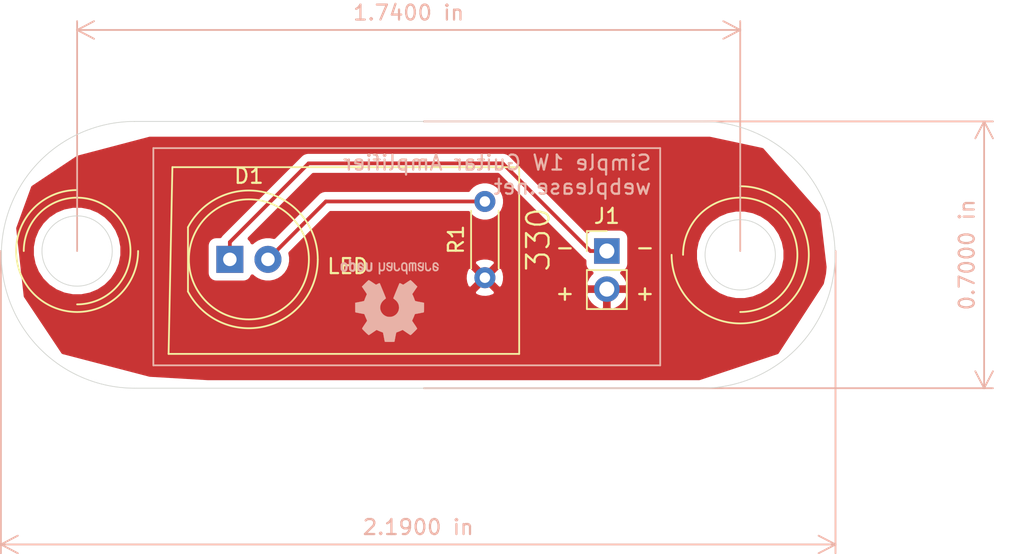
<source format=kicad_pcb>
(kicad_pcb (version 20171130) (host pcbnew 5.1.5-52549c5~86~ubuntu18.04.1)

  (general
    (thickness 1.6)
    (drawings 28)
    (tracks 11)
    (zones 0)
    (modules 4)
    (nets 4)
  )

  (page A4)
  (layers
    (0 F.Cu signal)
    (31 B.Cu signal)
    (32 B.Adhes user)
    (33 F.Adhes user)
    (34 B.Paste user)
    (35 F.Paste user)
    (36 B.SilkS user)
    (37 F.SilkS user)
    (38 B.Mask user)
    (39 F.Mask user)
    (40 Dwgs.User user)
    (41 Cmts.User user)
    (42 Eco1.User user)
    (43 Eco2.User user)
    (44 Edge.Cuts user)
    (45 Margin user)
    (46 B.CrtYd user)
    (47 F.CrtYd user)
    (48 B.Fab user)
    (49 F.Fab user)
  )

  (setup
    (last_trace_width 0.25)
    (trace_clearance 0.2)
    (zone_clearance 0.508)
    (zone_45_only no)
    (trace_min 0.2)
    (via_size 0.8)
    (via_drill 0.4)
    (via_min_size 0.4)
    (via_min_drill 0.3)
    (uvia_size 0.3)
    (uvia_drill 0.1)
    (uvias_allowed no)
    (uvia_min_size 0.2)
    (uvia_min_drill 0.1)
    (edge_width 0.05)
    (segment_width 0.2)
    (pcb_text_width 0.3)
    (pcb_text_size 1.5 1.5)
    (mod_edge_width 0.12)
    (mod_text_size 1 1)
    (mod_text_width 0.15)
    (pad_size 1.524 1.524)
    (pad_drill 0.762)
    (pad_to_mask_clearance 0.051)
    (solder_mask_min_width 0.25)
    (aux_axis_origin 0 0)
    (visible_elements FFFFFF7F)
    (pcbplotparams
      (layerselection 0x010fc_ffffffff)
      (usegerberextensions false)
      (usegerberattributes false)
      (usegerberadvancedattributes false)
      (creategerberjobfile false)
      (excludeedgelayer true)
      (linewidth 0.100000)
      (plotframeref false)
      (viasonmask false)
      (mode 1)
      (useauxorigin false)
      (hpglpennumber 1)
      (hpglpenspeed 20)
      (hpglpendiameter 15.000000)
      (psnegative false)
      (psa4output false)
      (plotreference true)
      (plotvalue true)
      (plotinvisibletext false)
      (padsonsilk false)
      (subtractmaskfromsilk false)
      (outputformat 1)
      (mirror false)
      (drillshape 1)
      (scaleselection 1)
      (outputdirectory ""))
  )

  (net 0 "")
  (net 1 GND)
  (net 2 "Net-(D1-Pad2)")
  (net 3 +5V)

  (net_class Default "This is the default net class."
    (clearance 0.2)
    (trace_width 0.25)
    (via_dia 0.8)
    (via_drill 0.4)
    (uvia_dia 0.3)
    (uvia_drill 0.1)
    (add_net +5V)
    (add_net GND)
    (add_net "Net-(D1-Pad2)")
  )

  (module Symbol:OSHW-Logo2_7.3x6mm_SilkScreen (layer B.Cu) (tedit 5E8FD855) (tstamp 5E8FDAC9)
    (at 146.558 121.158)
    (descr "Open Source Hardware Symbol")
    (tags "Logo Symbol OSHW")
    (attr virtual)
    (fp_text reference REF** (at 0 0 -90) (layer B.SilkS) hide
      (effects (font (size 1 1) (thickness 0.15)) (justify mirror))
    )
    (fp_text value OSHW-Logo2_7.3x6mm_SilkScreen (at 0.75 0 -90) (layer B.Fab) hide
      (effects (font (size 1 1) (thickness 0.15)) (justify mirror))
    )
    (fp_poly (pts (xy 0.10391 2.757652) (xy 0.182454 2.757222) (xy 0.239298 2.756058) (xy 0.278105 2.753793)
      (xy 0.302538 2.75006) (xy 0.316262 2.744494) (xy 0.32294 2.736727) (xy 0.326236 2.726395)
      (xy 0.326556 2.725057) (xy 0.331562 2.700921) (xy 0.340829 2.653299) (xy 0.353392 2.587259)
      (xy 0.368287 2.507872) (xy 0.384551 2.420204) (xy 0.385119 2.417125) (xy 0.40141 2.331211)
      (xy 0.416652 2.255304) (xy 0.429861 2.193955) (xy 0.440054 2.151718) (xy 0.446248 2.133145)
      (xy 0.446543 2.132816) (xy 0.464788 2.123747) (xy 0.502405 2.108633) (xy 0.551271 2.090738)
      (xy 0.551543 2.090642) (xy 0.613093 2.067507) (xy 0.685657 2.038035) (xy 0.754057 2.008403)
      (xy 0.757294 2.006938) (xy 0.868702 1.956374) (xy 1.115399 2.12484) (xy 1.191077 2.176197)
      (xy 1.259631 2.222111) (xy 1.317088 2.25997) (xy 1.359476 2.287163) (xy 1.382825 2.301079)
      (xy 1.385042 2.302111) (xy 1.40201 2.297516) (xy 1.433701 2.275345) (xy 1.481352 2.234553)
      (xy 1.546198 2.174095) (xy 1.612397 2.109773) (xy 1.676214 2.046388) (xy 1.733329 1.988549)
      (xy 1.780305 1.939825) (xy 1.813703 1.90379) (xy 1.830085 1.884016) (xy 1.830694 1.882998)
      (xy 1.832505 1.869428) (xy 1.825683 1.847267) (xy 1.80854 1.813522) (xy 1.779393 1.7652)
      (xy 1.736555 1.699308) (xy 1.679448 1.614483) (xy 1.628766 1.539823) (xy 1.583461 1.47286)
      (xy 1.54615 1.417484) (xy 1.519452 1.37758) (xy 1.505985 1.357038) (xy 1.505137 1.355644)
      (xy 1.506781 1.335962) (xy 1.519245 1.297707) (xy 1.540048 1.248111) (xy 1.547462 1.232272)
      (xy 1.579814 1.16171) (xy 1.614328 1.081647) (xy 1.642365 1.012371) (xy 1.662568 0.960955)
      (xy 1.678615 0.921881) (xy 1.687888 0.901459) (xy 1.689041 0.899886) (xy 1.706096 0.897279)
      (xy 1.746298 0.890137) (xy 1.804302 0.879477) (xy 1.874763 0.866315) (xy 1.952335 0.851667)
      (xy 2.031672 0.836551) (xy 2.107431 0.821982) (xy 2.174264 0.808978) (xy 2.226828 0.798555)
      (xy 2.259776 0.79173) (xy 2.267857 0.789801) (xy 2.276205 0.785038) (xy 2.282506 0.774282)
      (xy 2.287045 0.753902) (xy 2.290104 0.720266) (xy 2.291967 0.669745) (xy 2.292918 0.598708)
      (xy 2.29324 0.503524) (xy 2.293257 0.464508) (xy 2.293257 0.147201) (xy 2.217057 0.132161)
      (xy 2.174663 0.124005) (xy 2.1114 0.112101) (xy 2.034962 0.097884) (xy 1.953043 0.08279)
      (xy 1.9304 0.078645) (xy 1.854806 0.063947) (xy 1.788953 0.049495) (xy 1.738366 0.036625)
      (xy 1.708574 0.026678) (xy 1.703612 0.023713) (xy 1.691426 0.002717) (xy 1.673953 -0.037967)
      (xy 1.654577 -0.090322) (xy 1.650734 -0.1016) (xy 1.625339 -0.171523) (xy 1.593817 -0.250418)
      (xy 1.562969 -0.321266) (xy 1.562817 -0.321595) (xy 1.511447 -0.432733) (xy 1.680399 -0.681253)
      (xy 1.849352 -0.929772) (xy 1.632429 -1.147058) (xy 1.566819 -1.211726) (xy 1.506979 -1.268733)
      (xy 1.456267 -1.315033) (xy 1.418046 -1.347584) (xy 1.395675 -1.363343) (xy 1.392466 -1.364343)
      (xy 1.373626 -1.356469) (xy 1.33518 -1.334578) (xy 1.28133 -1.301267) (xy 1.216276 -1.259131)
      (xy 1.14594 -1.211943) (xy 1.074555 -1.16381) (xy 1.010908 -1.121928) (xy 0.959041 -1.088871)
      (xy 0.922995 -1.067218) (xy 0.906867 -1.059543) (xy 0.887189 -1.066037) (xy 0.849875 -1.08315)
      (xy 0.802621 -1.107326) (xy 0.797612 -1.110013) (xy 0.733977 -1.141927) (xy 0.690341 -1.157579)
      (xy 0.663202 -1.157745) (xy 0.649057 -1.143204) (xy 0.648975 -1.143) (xy 0.641905 -1.125779)
      (xy 0.625042 -1.084899) (xy 0.599695 -1.023525) (xy 0.567171 -0.944819) (xy 0.528778 -0.851947)
      (xy 0.485822 -0.748072) (xy 0.444222 -0.647502) (xy 0.398504 -0.536516) (xy 0.356526 -0.433703)
      (xy 0.319548 -0.342215) (xy 0.288827 -0.265201) (xy 0.265622 -0.205815) (xy 0.25119 -0.167209)
      (xy 0.246743 -0.1528) (xy 0.257896 -0.136272) (xy 0.287069 -0.10993) (xy 0.325971 -0.080887)
      (xy 0.436757 0.010961) (xy 0.523351 0.116241) (xy 0.584716 0.232734) (xy 0.619815 0.358224)
      (xy 0.627608 0.490493) (xy 0.621943 0.551543) (xy 0.591078 0.678205) (xy 0.53792 0.790059)
      (xy 0.465767 0.885999) (xy 0.377917 0.964924) (xy 0.277665 1.02573) (xy 0.16831 1.067313)
      (xy 0.053147 1.088572) (xy -0.064525 1.088401) (xy -0.18141 1.065699) (xy -0.294211 1.019362)
      (xy -0.399631 0.948287) (xy -0.443632 0.908089) (xy -0.528021 0.804871) (xy -0.586778 0.692075)
      (xy -0.620296 0.57299) (xy -0.628965 0.450905) (xy -0.613177 0.329107) (xy -0.573322 0.210884)
      (xy -0.509793 0.099525) (xy -0.422979 -0.001684) (xy -0.325971 -0.080887) (xy -0.285563 -0.111162)
      (xy -0.257018 -0.137219) (xy -0.246743 -0.152825) (xy -0.252123 -0.169843) (xy -0.267425 -0.2105)
      (xy -0.291388 -0.271642) (xy -0.322756 -0.350119) (xy -0.360268 -0.44278) (xy -0.402667 -0.546472)
      (xy -0.444337 -0.647526) (xy -0.49031 -0.758607) (xy -0.532893 -0.861541) (xy -0.570779 -0.953165)
      (xy -0.60266 -1.030316) (xy -0.627229 -1.089831) (xy -0.64318 -1.128544) (xy -0.64909 -1.143)
      (xy -0.663052 -1.157685) (xy -0.69006 -1.157642) (xy -0.733587 -1.142099) (xy -0.79711 -1.110284)
      (xy -0.797612 -1.110013) (xy -0.84544 -1.085323) (xy -0.884103 -1.067338) (xy -0.905905 -1.059614)
      (xy -0.906867 -1.059543) (xy -0.923279 -1.067378) (xy -0.959513 -1.089165) (xy -1.011526 -1.122328)
      (xy -1.075275 -1.164291) (xy -1.14594 -1.211943) (xy -1.217884 -1.260191) (xy -1.282726 -1.302151)
      (xy -1.336265 -1.335227) (xy -1.374303 -1.356821) (xy -1.392467 -1.364343) (xy -1.409192 -1.354457)
      (xy -1.44282 -1.326826) (xy -1.48999 -1.284495) (xy -1.547342 -1.230505) (xy -1.611516 -1.167899)
      (xy -1.632503 -1.146983) (xy -1.849501 -0.929623) (xy -1.684332 -0.68722) (xy -1.634136 -0.612781)
      (xy -1.590081 -0.545972) (xy -1.554638 -0.490665) (xy -1.530281 -0.450729) (xy -1.519478 -0.430036)
      (xy -1.519162 -0.428563) (xy -1.524857 -0.409058) (xy -1.540174 -0.369822) (xy -1.562463 -0.31743)
      (xy -1.578107 -0.282355) (xy -1.607359 -0.215201) (xy -1.634906 -0.147358) (xy -1.656263 -0.090034)
      (xy -1.662065 -0.072572) (xy -1.678548 -0.025938) (xy -1.69466 0.010095) (xy -1.70351 0.023713)
      (xy -1.72304 0.032048) (xy -1.765666 0.043863) (xy -1.825855 0.057819) (xy -1.898078 0.072578)
      (xy -1.9304 0.078645) (xy -2.012478 0.093727) (xy -2.091205 0.108331) (xy -2.158891 0.12102)
      (xy -2.20784 0.130358) (xy -2.217057 0.132161) (xy -2.293257 0.147201) (xy -2.293257 0.464508)
      (xy -2.293086 0.568846) (xy -2.292384 0.647787) (xy -2.290866 0.704962) (xy -2.288251 0.744001)
      (xy -2.284254 0.768535) (xy -2.278591 0.782195) (xy -2.27098 0.788611) (xy -2.267857 0.789801)
      (xy -2.249022 0.79402) (xy -2.207412 0.802438) (xy -2.14837 0.814039) (xy -2.077243 0.827805)
      (xy -1.999375 0.84272) (xy -1.920113 0.857768) (xy -1.844802 0.871931) (xy -1.778787 0.884194)
      (xy -1.727413 0.893539) (xy -1.696025 0.89895) (xy -1.689041 0.899886) (xy -1.682715 0.912404)
      (xy -1.66871 0.945754) (xy -1.649645 0.993623) (xy -1.642366 1.012371) (xy -1.613004 1.084805)
      (xy -1.578429 1.16483) (xy -1.547463 1.232272) (xy -1.524677 1.283841) (xy -1.509518 1.326215)
      (xy -1.504458 1.352166) (xy -1.505264 1.355644) (xy -1.515959 1.372064) (xy -1.54038 1.408583)
      (xy -1.575905 1.461313) (xy -1.619913 1.526365) (xy -1.669783 1.599849) (xy -1.679644 1.614355)
      (xy -1.737508 1.700296) (xy -1.780044 1.765739) (xy -1.808946 1.813696) (xy -1.82591 1.84718)
      (xy -1.832633 1.869205) (xy -1.83081 1.882783) (xy -1.830764 1.882869) (xy -1.816414 1.900703)
      (xy -1.784677 1.935183) (xy -1.73899 1.982732) (xy -1.682796 2.039778) (xy -1.619532 2.102745)
      (xy -1.612398 2.109773) (xy -1.53267 2.18698) (xy -1.471143 2.24367) (xy -1.426579 2.28089)
      (xy -1.397743 2.299685) (xy -1.385042 2.302111) (xy -1.366506 2.291529) (xy -1.328039 2.267084)
      (xy -1.273614 2.231388) (xy -1.207202 2.187053) (xy -1.132775 2.136689) (xy -1.115399 2.12484)
      (xy -0.868703 1.956374) (xy -0.757294 2.006938) (xy -0.689543 2.036405) (xy -0.616817 2.066041)
      (xy -0.554297 2.08967) (xy -0.551543 2.090642) (xy -0.50264 2.108543) (xy -0.464943 2.12368)
      (xy -0.446575 2.13279) (xy -0.446544 2.132816) (xy -0.440715 2.149283) (xy -0.430808 2.189781)
      (xy -0.417805 2.249758) (xy -0.402691 2.32466) (xy -0.386448 2.409936) (xy -0.385119 2.417125)
      (xy -0.368825 2.504986) (xy -0.353867 2.58474) (xy -0.341209 2.651319) (xy -0.331814 2.699653)
      (xy -0.326646 2.724675) (xy -0.326556 2.725057) (xy -0.323411 2.735701) (xy -0.317296 2.743738)
      (xy -0.304547 2.749533) (xy -0.2815 2.753453) (xy -0.244491 2.755865) (xy -0.189856 2.757135)
      (xy -0.113933 2.757629) (xy -0.013056 2.757714) (xy 0 2.757714) (xy 0.10391 2.757652)) (layer B.SilkS) (width 0.01))
    (fp_poly (pts (xy 3.153595 -1.966966) (xy 3.211021 -2.004497) (xy 3.238719 -2.038096) (xy 3.260662 -2.099064)
      (xy 3.262405 -2.147308) (xy 3.258457 -2.211816) (xy 3.109686 -2.276934) (xy 3.037349 -2.310202)
      (xy 2.990084 -2.336964) (xy 2.965507 -2.360144) (xy 2.961237 -2.382667) (xy 2.974889 -2.407455)
      (xy 2.989943 -2.423886) (xy 3.033746 -2.450235) (xy 3.081389 -2.452081) (xy 3.125145 -2.431546)
      (xy 3.157289 -2.390752) (xy 3.163038 -2.376347) (xy 3.190576 -2.331356) (xy 3.222258 -2.312182)
      (xy 3.265714 -2.295779) (xy 3.265714 -2.357966) (xy 3.261872 -2.400283) (xy 3.246823 -2.435969)
      (xy 3.21528 -2.476943) (xy 3.210592 -2.482267) (xy 3.175506 -2.51872) (xy 3.145347 -2.538283)
      (xy 3.107615 -2.547283) (xy 3.076335 -2.55023) (xy 3.020385 -2.550965) (xy 2.980555 -2.54166)
      (xy 2.955708 -2.527846) (xy 2.916656 -2.497467) (xy 2.889625 -2.464613) (xy 2.872517 -2.423294)
      (xy 2.863238 -2.367521) (xy 2.859693 -2.291305) (xy 2.85941 -2.252622) (xy 2.860372 -2.206247)
      (xy 2.948007 -2.206247) (xy 2.949023 -2.231126) (xy 2.951556 -2.2352) (xy 2.968274 -2.229665)
      (xy 3.004249 -2.215017) (xy 3.052331 -2.19419) (xy 3.062386 -2.189714) (xy 3.123152 -2.158814)
      (xy 3.156632 -2.131657) (xy 3.16399 -2.10622) (xy 3.146391 -2.080481) (xy 3.131856 -2.069109)
      (xy 3.07941 -2.046364) (xy 3.030322 -2.050122) (xy 2.989227 -2.077884) (xy 2.960758 -2.127152)
      (xy 2.951631 -2.166257) (xy 2.948007 -2.206247) (xy 2.860372 -2.206247) (xy 2.861285 -2.162249)
      (xy 2.868196 -2.095384) (xy 2.881884 -2.046695) (xy 2.904096 -2.010849) (xy 2.936574 -1.982513)
      (xy 2.950733 -1.973355) (xy 3.015053 -1.949507) (xy 3.085473 -1.948006) (xy 3.153595 -1.966966)) (layer B.SilkS) (width 0.01))
    (fp_poly (pts (xy 2.6526 -1.958752) (xy 2.669948 -1.966334) (xy 2.711356 -1.999128) (xy 2.746765 -2.046547)
      (xy 2.768664 -2.097151) (xy 2.772229 -2.122098) (xy 2.760279 -2.156927) (xy 2.734067 -2.175357)
      (xy 2.705964 -2.186516) (xy 2.693095 -2.188572) (xy 2.686829 -2.173649) (xy 2.674456 -2.141175)
      (xy 2.669028 -2.126502) (xy 2.63859 -2.075744) (xy 2.59452 -2.050427) (xy 2.53801 -2.051206)
      (xy 2.533825 -2.052203) (xy 2.503655 -2.066507) (xy 2.481476 -2.094393) (xy 2.466327 -2.139287)
      (xy 2.45725 -2.204615) (xy 2.453286 -2.293804) (xy 2.452914 -2.341261) (xy 2.45273 -2.416071)
      (xy 2.451522 -2.467069) (xy 2.448309 -2.499471) (xy 2.442109 -2.518495) (xy 2.43194 -2.529356)
      (xy 2.416819 -2.537272) (xy 2.415946 -2.53767) (xy 2.386828 -2.549981) (xy 2.372403 -2.554514)
      (xy 2.370186 -2.540809) (xy 2.368289 -2.502925) (xy 2.366847 -2.445715) (xy 2.365998 -2.374027)
      (xy 2.365829 -2.321565) (xy 2.366692 -2.220047) (xy 2.37007 -2.143032) (xy 2.377142 -2.086023)
      (xy 2.389088 -2.044526) (xy 2.40709 -2.014043) (xy 2.432327 -1.99008) (xy 2.457247 -1.973355)
      (xy 2.517171 -1.951097) (xy 2.586911 -1.946076) (xy 2.6526 -1.958752)) (layer B.SilkS) (width 0.01))
    (fp_poly (pts (xy 2.144876 -1.956335) (xy 2.186667 -1.975344) (xy 2.219469 -1.998378) (xy 2.243503 -2.024133)
      (xy 2.260097 -2.057358) (xy 2.270577 -2.1028) (xy 2.276271 -2.165207) (xy 2.278507 -2.249327)
      (xy 2.278743 -2.304721) (xy 2.278743 -2.520826) (xy 2.241774 -2.53767) (xy 2.212656 -2.549981)
      (xy 2.198231 -2.554514) (xy 2.195472 -2.541025) (xy 2.193282 -2.504653) (xy 2.191942 -2.451542)
      (xy 2.191657 -2.409372) (xy 2.190434 -2.348447) (xy 2.187136 -2.300115) (xy 2.182321 -2.270518)
      (xy 2.178496 -2.264229) (xy 2.152783 -2.270652) (xy 2.112418 -2.287125) (xy 2.065679 -2.309458)
      (xy 2.020845 -2.333457) (xy 1.986193 -2.35493) (xy 1.970002 -2.369685) (xy 1.969938 -2.369845)
      (xy 1.97133 -2.397152) (xy 1.983818 -2.423219) (xy 2.005743 -2.444392) (xy 2.037743 -2.451474)
      (xy 2.065092 -2.450649) (xy 2.103826 -2.450042) (xy 2.124158 -2.459116) (xy 2.136369 -2.483092)
      (xy 2.137909 -2.487613) (xy 2.143203 -2.521806) (xy 2.129047 -2.542568) (xy 2.092148 -2.552462)
      (xy 2.052289 -2.554292) (xy 1.980562 -2.540727) (xy 1.943432 -2.521355) (xy 1.897576 -2.475845)
      (xy 1.873256 -2.419983) (xy 1.871073 -2.360957) (xy 1.891629 -2.305953) (xy 1.922549 -2.271486)
      (xy 1.95342 -2.252189) (xy 2.001942 -2.227759) (xy 2.058485 -2.202985) (xy 2.06791 -2.199199)
      (xy 2.130019 -2.171791) (xy 2.165822 -2.147634) (xy 2.177337 -2.123619) (xy 2.16658 -2.096635)
      (xy 2.148114 -2.075543) (xy 2.104469 -2.049572) (xy 2.056446 -2.047624) (xy 2.012406 -2.067637)
      (xy 1.980709 -2.107551) (xy 1.976549 -2.117848) (xy 1.952327 -2.155724) (xy 1.916965 -2.183842)
      (xy 1.872343 -2.206917) (xy 1.872343 -2.141485) (xy 1.874969 -2.101506) (xy 1.88623 -2.069997)
      (xy 1.911199 -2.036378) (xy 1.935169 -2.010484) (xy 1.972441 -1.973817) (xy 2.001401 -1.954121)
      (xy 2.032505 -1.94622) (xy 2.067713 -1.944914) (xy 2.144876 -1.956335)) (layer B.SilkS) (width 0.01))
    (fp_poly (pts (xy 1.779833 -1.958663) (xy 1.782048 -1.99685) (xy 1.783784 -2.054886) (xy 1.784899 -2.12818)
      (xy 1.785257 -2.205055) (xy 1.785257 -2.465196) (xy 1.739326 -2.511127) (xy 1.707675 -2.539429)
      (xy 1.67989 -2.550893) (xy 1.641915 -2.550168) (xy 1.62684 -2.548321) (xy 1.579726 -2.542948)
      (xy 1.540756 -2.539869) (xy 1.531257 -2.539585) (xy 1.499233 -2.541445) (xy 1.453432 -2.546114)
      (xy 1.435674 -2.548321) (xy 1.392057 -2.551735) (xy 1.362745 -2.54432) (xy 1.33368 -2.521427)
      (xy 1.323188 -2.511127) (xy 1.277257 -2.465196) (xy 1.277257 -1.978602) (xy 1.314226 -1.961758)
      (xy 1.346059 -1.949282) (xy 1.364683 -1.944914) (xy 1.369458 -1.958718) (xy 1.373921 -1.997286)
      (xy 1.377775 -2.056356) (xy 1.380722 -2.131663) (xy 1.382143 -2.195286) (xy 1.386114 -2.445657)
      (xy 1.420759 -2.450556) (xy 1.452268 -2.447131) (xy 1.467708 -2.436041) (xy 1.472023 -2.415308)
      (xy 1.475708 -2.371145) (xy 1.478469 -2.309146) (xy 1.480012 -2.234909) (xy 1.480235 -2.196706)
      (xy 1.480457 -1.976783) (xy 1.526166 -1.960849) (xy 1.558518 -1.950015) (xy 1.576115 -1.944962)
      (xy 1.576623 -1.944914) (xy 1.578388 -1.958648) (xy 1.580329 -1.99673) (xy 1.582282 -2.054482)
      (xy 1.584084 -2.127227) (xy 1.585343 -2.195286) (xy 1.589314 -2.445657) (xy 1.6764 -2.445657)
      (xy 1.680396 -2.21724) (xy 1.684392 -1.988822) (xy 1.726847 -1.966868) (xy 1.758192 -1.951793)
      (xy 1.776744 -1.944951) (xy 1.777279 -1.944914) (xy 1.779833 -1.958663)) (layer B.SilkS) (width 0.01))
    (fp_poly (pts (xy 1.190117 -2.065358) (xy 1.189933 -2.173837) (xy 1.189219 -2.257287) (xy 1.187675 -2.319704)
      (xy 1.185001 -2.365085) (xy 1.180894 -2.397429) (xy 1.175055 -2.420733) (xy 1.167182 -2.438995)
      (xy 1.161221 -2.449418) (xy 1.111855 -2.505945) (xy 1.049264 -2.541377) (xy 0.980013 -2.55409)
      (xy 0.910668 -2.542463) (xy 0.869375 -2.521568) (xy 0.826025 -2.485422) (xy 0.796481 -2.441276)
      (xy 0.778655 -2.383462) (xy 0.770463 -2.306313) (xy 0.769302 -2.249714) (xy 0.769458 -2.245647)
      (xy 0.870857 -2.245647) (xy 0.871476 -2.31055) (xy 0.874314 -2.353514) (xy 0.88084 -2.381622)
      (xy 0.892523 -2.401953) (xy 0.906483 -2.417288) (xy 0.953365 -2.44689) (xy 1.003701 -2.449419)
      (xy 1.051276 -2.424705) (xy 1.054979 -2.421356) (xy 1.070783 -2.403935) (xy 1.080693 -2.383209)
      (xy 1.086058 -2.352362) (xy 1.088228 -2.304577) (xy 1.088571 -2.251748) (xy 1.087827 -2.185381)
      (xy 1.084748 -2.141106) (xy 1.078061 -2.112009) (xy 1.066496 -2.091173) (xy 1.057013 -2.080107)
      (xy 1.01296 -2.052198) (xy 0.962224 -2.048843) (xy 0.913796 -2.070159) (xy 0.90445 -2.078073)
      (xy 0.88854 -2.095647) (xy 0.87861 -2.116587) (xy 0.873278 -2.147782) (xy 0.871163 -2.196122)
      (xy 0.870857 -2.245647) (xy 0.769458 -2.245647) (xy 0.77281 -2.158568) (xy 0.784726 -2.090086)
      (xy 0.807135 -2.0386) (xy 0.842124 -1.998443) (xy 0.869375 -1.977861) (xy 0.918907 -1.955625)
      (xy 0.976316 -1.945304) (xy 1.029682 -1.948067) (xy 1.059543 -1.959212) (xy 1.071261 -1.962383)
      (xy 1.079037 -1.950557) (xy 1.084465 -1.918866) (xy 1.088571 -1.870593) (xy 1.093067 -1.816829)
      (xy 1.099313 -1.784482) (xy 1.110676 -1.765985) (xy 1.130528 -1.75377) (xy 1.143 -1.748362)
      (xy 1.190171 -1.728601) (xy 1.190117 -2.065358)) (layer B.SilkS) (width 0.01))
    (fp_poly (pts (xy 0.529926 -1.949755) (xy 0.595858 -1.974084) (xy 0.649273 -2.017117) (xy 0.670164 -2.047409)
      (xy 0.692939 -2.102994) (xy 0.692466 -2.143186) (xy 0.668562 -2.170217) (xy 0.659717 -2.174813)
      (xy 0.62153 -2.189144) (xy 0.602028 -2.185472) (xy 0.595422 -2.161407) (xy 0.595086 -2.148114)
      (xy 0.582992 -2.09921) (xy 0.551471 -2.064999) (xy 0.507659 -2.048476) (xy 0.458695 -2.052634)
      (xy 0.418894 -2.074227) (xy 0.40545 -2.086544) (xy 0.395921 -2.101487) (xy 0.389485 -2.124075)
      (xy 0.385317 -2.159328) (xy 0.382597 -2.212266) (xy 0.380502 -2.287907) (xy 0.37996 -2.311857)
      (xy 0.377981 -2.39379) (xy 0.375731 -2.451455) (xy 0.372357 -2.489608) (xy 0.367006 -2.513004)
      (xy 0.358824 -2.526398) (xy 0.346959 -2.534545) (xy 0.339362 -2.538144) (xy 0.307102 -2.550452)
      (xy 0.288111 -2.554514) (xy 0.281836 -2.540948) (xy 0.278006 -2.499934) (xy 0.2766 -2.430999)
      (xy 0.277598 -2.333669) (xy 0.277908 -2.318657) (xy 0.280101 -2.229859) (xy 0.282693 -2.165019)
      (xy 0.286382 -2.119067) (xy 0.291864 -2.086935) (xy 0.299835 -2.063553) (xy 0.310993 -2.043852)
      (xy 0.31683 -2.03541) (xy 0.350296 -1.998057) (xy 0.387727 -1.969003) (xy 0.392309 -1.966467)
      (xy 0.459426 -1.946443) (xy 0.529926 -1.949755)) (layer B.SilkS) (width 0.01))
    (fp_poly (pts (xy 0.039744 -1.950968) (xy 0.096616 -1.972087) (xy 0.097267 -1.972493) (xy 0.13244 -1.99838)
      (xy 0.158407 -2.028633) (xy 0.17667 -2.068058) (xy 0.188732 -2.121462) (xy 0.196096 -2.193651)
      (xy 0.200264 -2.289432) (xy 0.200629 -2.303078) (xy 0.205876 -2.508842) (xy 0.161716 -2.531678)
      (xy 0.129763 -2.54711) (xy 0.11047 -2.554423) (xy 0.109578 -2.554514) (xy 0.106239 -2.541022)
      (xy 0.103587 -2.504626) (xy 0.101956 -2.451452) (xy 0.1016 -2.408393) (xy 0.101592 -2.338641)
      (xy 0.098403 -2.294837) (xy 0.087288 -2.273944) (xy 0.063501 -2.272925) (xy 0.022296 -2.288741)
      (xy -0.039914 -2.317815) (xy -0.085659 -2.341963) (xy -0.109187 -2.362913) (xy -0.116104 -2.385747)
      (xy -0.116114 -2.386877) (xy -0.104701 -2.426212) (xy -0.070908 -2.447462) (xy -0.019191 -2.450539)
      (xy 0.018061 -2.450006) (xy 0.037703 -2.460735) (xy 0.049952 -2.486505) (xy 0.057002 -2.519337)
      (xy 0.046842 -2.537966) (xy 0.043017 -2.540632) (xy 0.007001 -2.55134) (xy -0.043434 -2.552856)
      (xy -0.095374 -2.545759) (xy -0.132178 -2.532788) (xy -0.183062 -2.489585) (xy -0.211986 -2.429446)
      (xy -0.217714 -2.382462) (xy -0.213343 -2.340082) (xy -0.197525 -2.305488) (xy -0.166203 -2.274763)
      (xy -0.115322 -2.24399) (xy -0.040824 -2.209252) (xy -0.036286 -2.207288) (xy 0.030821 -2.176287)
      (xy 0.072232 -2.150862) (xy 0.089981 -2.128014) (xy 0.086107 -2.104745) (xy 0.062643 -2.078056)
      (xy 0.055627 -2.071914) (xy 0.00863 -2.0481) (xy -0.040067 -2.049103) (xy -0.082478 -2.072451)
      (xy -0.110616 -2.115675) (xy -0.113231 -2.12416) (xy -0.138692 -2.165308) (xy -0.170999 -2.185128)
      (xy -0.217714 -2.20477) (xy -0.217714 -2.15395) (xy -0.203504 -2.080082) (xy -0.161325 -2.012327)
      (xy -0.139376 -1.989661) (xy -0.089483 -1.960569) (xy -0.026033 -1.9474) (xy 0.039744 -1.950968)) (layer B.SilkS) (width 0.01))
    (fp_poly (pts (xy -0.624114 -1.851289) (xy -0.619861 -1.910613) (xy -0.614975 -1.945572) (xy -0.608205 -1.96082)
      (xy -0.598298 -1.961015) (xy -0.595086 -1.959195) (xy -0.552356 -1.946015) (xy -0.496773 -1.946785)
      (xy -0.440263 -1.960333) (xy -0.404918 -1.977861) (xy -0.368679 -2.005861) (xy -0.342187 -2.037549)
      (xy -0.324001 -2.077813) (xy -0.312678 -2.131543) (xy -0.306778 -2.203626) (xy -0.304857 -2.298951)
      (xy -0.304823 -2.317237) (xy -0.3048 -2.522646) (xy -0.350509 -2.53858) (xy -0.382973 -2.54942)
      (xy -0.400785 -2.554468) (xy -0.401309 -2.554514) (xy -0.403063 -2.540828) (xy -0.404556 -2.503076)
      (xy -0.405674 -2.446224) (xy -0.406303 -2.375234) (xy -0.4064 -2.332073) (xy -0.406602 -2.246973)
      (xy -0.407642 -2.185981) (xy -0.410169 -2.144177) (xy -0.414836 -2.116642) (xy -0.422293 -2.098456)
      (xy -0.433189 -2.084698) (xy -0.439993 -2.078073) (xy -0.486728 -2.051375) (xy -0.537728 -2.049375)
      (xy -0.583999 -2.071955) (xy -0.592556 -2.080107) (xy -0.605107 -2.095436) (xy -0.613812 -2.113618)
      (xy -0.619369 -2.139909) (xy -0.622474 -2.179562) (xy -0.623824 -2.237832) (xy -0.624114 -2.318173)
      (xy -0.624114 -2.522646) (xy -0.669823 -2.53858) (xy -0.702287 -2.54942) (xy -0.720099 -2.554468)
      (xy -0.720623 -2.554514) (xy -0.721963 -2.540623) (xy -0.723172 -2.501439) (xy -0.724199 -2.4407)
      (xy -0.724998 -2.362141) (xy -0.725519 -2.269498) (xy -0.725714 -2.166509) (xy -0.725714 -1.769342)
      (xy -0.678543 -1.749444) (xy -0.631371 -1.729547) (xy -0.624114 -1.851289)) (layer B.SilkS) (width 0.01))
    (fp_poly (pts (xy -1.831697 -1.931239) (xy -1.774473 -1.969735) (xy -1.730251 -2.025335) (xy -1.703833 -2.096086)
      (xy -1.69849 -2.148162) (xy -1.699097 -2.169893) (xy -1.704178 -2.186531) (xy -1.718145 -2.201437)
      (xy -1.745411 -2.217973) (xy -1.790388 -2.239498) (xy -1.857489 -2.269374) (xy -1.857829 -2.269524)
      (xy -1.919593 -2.297813) (xy -1.970241 -2.322933) (xy -2.004596 -2.342179) (xy -2.017482 -2.352848)
      (xy -2.017486 -2.352934) (xy -2.006128 -2.376166) (xy -1.979569 -2.401774) (xy -1.949077 -2.420221)
      (xy -1.93363 -2.423886) (xy -1.891485 -2.411212) (xy -1.855192 -2.379471) (xy -1.837483 -2.344572)
      (xy -1.820448 -2.318845) (xy -1.787078 -2.289546) (xy -1.747851 -2.264235) (xy -1.713244 -2.250471)
      (xy -1.706007 -2.249714) (xy -1.697861 -2.26216) (xy -1.69737 -2.293972) (xy -1.703357 -2.336866)
      (xy -1.714643 -2.382558) (xy -1.73005 -2.422761) (xy -1.730829 -2.424322) (xy -1.777196 -2.489062)
      (xy -1.837289 -2.533097) (xy -1.905535 -2.554711) (xy -1.976362 -2.552185) (xy -2.044196 -2.523804)
      (xy -2.047212 -2.521808) (xy -2.100573 -2.473448) (xy -2.13566 -2.410352) (xy -2.155078 -2.327387)
      (xy -2.157684 -2.304078) (xy -2.162299 -2.194055) (xy -2.156767 -2.142748) (xy -2.017486 -2.142748)
      (xy -2.015676 -2.174753) (xy -2.005778 -2.184093) (xy -1.981102 -2.177105) (xy -1.942205 -2.160587)
      (xy -1.898725 -2.139881) (xy -1.897644 -2.139333) (xy -1.860791 -2.119949) (xy -1.846 -2.107013)
      (xy -1.849647 -2.093451) (xy -1.865005 -2.075632) (xy -1.904077 -2.049845) (xy -1.946154 -2.04795)
      (xy -1.983897 -2.066717) (xy -2.009966 -2.102915) (xy -2.017486 -2.142748) (xy -2.156767 -2.142748)
      (xy -2.152806 -2.106027) (xy -2.12845 -2.036212) (xy -2.094544 -1.987302) (xy -2.033347 -1.937878)
      (xy -1.965937 -1.913359) (xy -1.89712 -1.911797) (xy -1.831697 -1.931239)) (layer B.SilkS) (width 0.01))
    (fp_poly (pts (xy -2.958885 -1.921962) (xy -2.890855 -1.957733) (xy -2.840649 -2.015301) (xy -2.822815 -2.052312)
      (xy -2.808937 -2.107882) (xy -2.801833 -2.178096) (xy -2.80116 -2.254727) (xy -2.806573 -2.329552)
      (xy -2.81773 -2.394342) (xy -2.834286 -2.440873) (xy -2.839374 -2.448887) (xy -2.899645 -2.508707)
      (xy -2.971231 -2.544535) (xy -3.048908 -2.55502) (xy -3.127452 -2.53881) (xy -3.149311 -2.529092)
      (xy -3.191878 -2.499143) (xy -3.229237 -2.459433) (xy -3.232768 -2.454397) (xy -3.247119 -2.430124)
      (xy -3.256606 -2.404178) (xy -3.26221 -2.370022) (xy -3.264914 -2.321119) (xy -3.265701 -2.250935)
      (xy -3.265714 -2.2352) (xy -3.265678 -2.230192) (xy -3.120571 -2.230192) (xy -3.119727 -2.29643)
      (xy -3.116404 -2.340386) (xy -3.109417 -2.368779) (xy -3.097584 -2.388325) (xy -3.091543 -2.394857)
      (xy -3.056814 -2.41968) (xy -3.023097 -2.418548) (xy -2.989005 -2.397016) (xy -2.968671 -2.374029)
      (xy -2.956629 -2.340478) (xy -2.949866 -2.287569) (xy -2.949402 -2.281399) (xy -2.948248 -2.185513)
      (xy -2.960312 -2.114299) (xy -2.98543 -2.068194) (xy -3.02344 -2.047635) (xy -3.037008 -2.046514)
      (xy -3.072636 -2.052152) (xy -3.097006 -2.071686) (xy -3.111907 -2.109042) (xy -3.119125 -2.16815)
      (xy -3.120571 -2.230192) (xy -3.265678 -2.230192) (xy -3.265174 -2.160413) (xy -3.262904 -2.108159)
      (xy -3.257932 -2.071949) (xy -3.249287 -2.045299) (xy -3.235995 -2.021722) (xy -3.233057 -2.017338)
      (xy -3.183687 -1.958249) (xy -3.129891 -1.923947) (xy -3.064398 -1.910331) (xy -3.042158 -1.909665)
      (xy -2.958885 -1.921962)) (layer B.SilkS) (width 0.01))
    (fp_poly (pts (xy -1.283907 -1.92778) (xy -1.237328 -1.954723) (xy -1.204943 -1.981466) (xy -1.181258 -2.009484)
      (xy -1.164941 -2.043748) (xy -1.154661 -2.089227) (xy -1.149086 -2.150892) (xy -1.146884 -2.233711)
      (xy -1.146629 -2.293246) (xy -1.146629 -2.512391) (xy -1.208314 -2.540044) (xy -1.27 -2.567697)
      (xy -1.277257 -2.32767) (xy -1.280256 -2.238028) (xy -1.283402 -2.172962) (xy -1.287299 -2.128026)
      (xy -1.292553 -2.09877) (xy -1.299769 -2.080748) (xy -1.30955 -2.069511) (xy -1.312688 -2.067079)
      (xy -1.360239 -2.048083) (xy -1.408303 -2.0556) (xy -1.436914 -2.075543) (xy -1.448553 -2.089675)
      (xy -1.456609 -2.10822) (xy -1.461729 -2.136334) (xy -1.464559 -2.179173) (xy -1.465744 -2.241895)
      (xy -1.465943 -2.307261) (xy -1.465982 -2.389268) (xy -1.467386 -2.447316) (xy -1.472086 -2.486465)
      (xy -1.482013 -2.51178) (xy -1.499097 -2.528323) (xy -1.525268 -2.541156) (xy -1.560225 -2.554491)
      (xy -1.598404 -2.569007) (xy -1.593859 -2.311389) (xy -1.592029 -2.218519) (xy -1.589888 -2.149889)
      (xy -1.586819 -2.100711) (xy -1.582206 -2.066198) (xy -1.575432 -2.041562) (xy -1.565881 -2.022016)
      (xy -1.554366 -2.00477) (xy -1.49881 -1.94968) (xy -1.43102 -1.917822) (xy -1.357287 -1.910191)
      (xy -1.283907 -1.92778)) (layer B.SilkS) (width 0.01))
    (fp_poly (pts (xy -2.400256 -1.919918) (xy -2.344799 -1.947568) (xy -2.295852 -1.99848) (xy -2.282371 -2.017338)
      (xy -2.267686 -2.042015) (xy -2.258158 -2.068816) (xy -2.252707 -2.104587) (xy -2.250253 -2.156169)
      (xy -2.249714 -2.224267) (xy -2.252148 -2.317588) (xy -2.260606 -2.387657) (xy -2.276826 -2.439931)
      (xy -2.302546 -2.479869) (xy -2.339503 -2.512929) (xy -2.342218 -2.514886) (xy -2.37864 -2.534908)
      (xy -2.422498 -2.544815) (xy -2.478276 -2.547257) (xy -2.568952 -2.547257) (xy -2.56899 -2.635283)
      (xy -2.569834 -2.684308) (xy -2.574976 -2.713065) (xy -2.588413 -2.730311) (xy -2.614142 -2.744808)
      (xy -2.620321 -2.747769) (xy -2.649236 -2.761648) (xy -2.671624 -2.770414) (xy -2.688271 -2.771171)
      (xy -2.699964 -2.761023) (xy -2.70749 -2.737073) (xy -2.711634 -2.696426) (xy -2.713185 -2.636186)
      (xy -2.712929 -2.553455) (xy -2.711651 -2.445339) (xy -2.711252 -2.413) (xy -2.709815 -2.301524)
      (xy -2.708528 -2.228603) (xy -2.569029 -2.228603) (xy -2.568245 -2.290499) (xy -2.56476 -2.330997)
      (xy -2.556876 -2.357708) (xy -2.542895 -2.378244) (xy -2.533403 -2.38826) (xy -2.494596 -2.417567)
      (xy -2.460237 -2.419952) (xy -2.424784 -2.39575) (xy -2.423886 -2.394857) (xy -2.409461 -2.376153)
      (xy -2.400687 -2.350732) (xy -2.396261 -2.311584) (xy -2.394882 -2.251697) (xy -2.394857 -2.23843)
      (xy -2.398188 -2.155901) (xy -2.409031 -2.098691) (xy -2.42866 -2.063766) (xy -2.45835 -2.048094)
      (xy -2.475509 -2.046514) (xy -2.516234 -2.053926) (xy -2.544168 -2.07833) (xy -2.560983 -2.12298)
      (xy -2.56835 -2.19113) (xy -2.569029 -2.228603) (xy -2.708528 -2.228603) (xy -2.708292 -2.215245)
      (xy -2.706323 -2.150333) (xy -2.70355 -2.102958) (xy -2.699612 -2.06929) (xy -2.694151 -2.045498)
      (xy -2.686808 -2.027753) (xy -2.677223 -2.012224) (xy -2.673113 -2.006381) (xy -2.618595 -1.951185)
      (xy -2.549664 -1.91989) (xy -2.469928 -1.911165) (xy -2.400256 -1.919918)) (layer B.SilkS) (width 0.01))
  )

  (module Connector_PinHeader_2.54mm:PinHeader_1x02_P2.54mm_Vertical (layer F.Cu) (tedit 59FED5CC) (tstamp 5E8FCE31)
    (at 161.036 117.856)
    (descr "Through hole straight pin header, 1x02, 2.54mm pitch, single row")
    (tags "Through hole pin header THT 1x02 2.54mm single row")
    (path /5E8FCC15)
    (fp_text reference J1 (at 0 -2.33) (layer F.SilkS)
      (effects (font (size 1 1) (thickness 0.15)))
    )
    (fp_text value Conn_01x02 (at 0 4.87) (layer F.Fab)
      (effects (font (size 1 1) (thickness 0.15)))
    )
    (fp_text user %R (at 0 1.27 90) (layer F.Fab)
      (effects (font (size 1 1) (thickness 0.15)))
    )
    (fp_line (start 1.8 -1.8) (end -1.8 -1.8) (layer F.CrtYd) (width 0.05))
    (fp_line (start 1.8 4.35) (end 1.8 -1.8) (layer F.CrtYd) (width 0.05))
    (fp_line (start -1.8 4.35) (end 1.8 4.35) (layer F.CrtYd) (width 0.05))
    (fp_line (start -1.8 -1.8) (end -1.8 4.35) (layer F.CrtYd) (width 0.05))
    (fp_line (start -1.33 -1.33) (end 0 -1.33) (layer F.SilkS) (width 0.12))
    (fp_line (start -1.33 0) (end -1.33 -1.33) (layer F.SilkS) (width 0.12))
    (fp_line (start -1.33 1.27) (end 1.33 1.27) (layer F.SilkS) (width 0.12))
    (fp_line (start 1.33 1.27) (end 1.33 3.87) (layer F.SilkS) (width 0.12))
    (fp_line (start -1.33 1.27) (end -1.33 3.87) (layer F.SilkS) (width 0.12))
    (fp_line (start -1.33 3.87) (end 1.33 3.87) (layer F.SilkS) (width 0.12))
    (fp_line (start -1.27 -0.635) (end -0.635 -1.27) (layer F.Fab) (width 0.1))
    (fp_line (start -1.27 3.81) (end -1.27 -0.635) (layer F.Fab) (width 0.1))
    (fp_line (start 1.27 3.81) (end -1.27 3.81) (layer F.Fab) (width 0.1))
    (fp_line (start 1.27 -1.27) (end 1.27 3.81) (layer F.Fab) (width 0.1))
    (fp_line (start -0.635 -1.27) (end 1.27 -1.27) (layer F.Fab) (width 0.1))
    (pad 2 thru_hole oval (at 0 2.54) (size 1.7 1.7) (drill 1) (layers *.Cu *.Mask)
      (net 3 +5V))
    (pad 1 thru_hole rect (at 0 0) (size 1.7 1.7) (drill 1) (layers *.Cu *.Mask)
      (net 1 GND))
    (model ${KISYS3DMOD}/Connector_PinHeader_2.54mm.3dshapes/PinHeader_1x02_P2.54mm_Vertical.wrl
      (at (xyz 0 0 0))
      (scale (xyz 1 1 1))
      (rotate (xyz 0 0 0))
    )
  )

  (module LED_THT:LED_D8.0mm (layer F.Cu) (tedit 587A3A7B) (tstamp 5E8FBCA7)
    (at 135.909001 118.413001)
    (descr "LED, diameter 8.0mm, 2 pins, http://cdn-reichelt.de/documents/datenblatt/A500/LED8MMGE_LED8MMGN_LED8MMRT%23KIN.pdf")
    (tags "LED diameter 8.0mm 2 pins")
    (path /5E8A9B66)
    (fp_text reference D1 (at 1.27 -5.56) (layer F.SilkS)
      (effects (font (size 1 1) (thickness 0.15)))
    )
    (fp_text value LED (at 1.27 5.56) (layer F.Fab)
      (effects (font (size 1 1) (thickness 0.15)))
    )
    (fp_arc (start 1.27 0) (end -2.73 -2.061553) (angle 305.5) (layer F.Fab) (width 0.1))
    (fp_arc (start 1.27 0) (end -2.79 -2.141145) (angle 152.2) (layer F.SilkS) (width 0.12))
    (fp_arc (start 1.27 0) (end -2.79 2.141145) (angle -152.2) (layer F.SilkS) (width 0.12))
    (fp_circle (center 1.27 0) (end 5.27 0) (layer F.Fab) (width 0.1))
    (fp_circle (center 1.27 0) (end 5.27 0) (layer F.SilkS) (width 0.12))
    (fp_line (start -2.73 -2.061553) (end -2.73 2.061553) (layer F.Fab) (width 0.1))
    (fp_line (start -2.79 -2.142) (end -2.79 2.142) (layer F.SilkS) (width 0.12))
    (fp_line (start -3.55 -4.85) (end -3.55 4.85) (layer F.CrtYd) (width 0.05))
    (fp_line (start -3.55 4.85) (end 6.1 4.85) (layer F.CrtYd) (width 0.05))
    (fp_line (start 6.1 4.85) (end 6.1 -4.85) (layer F.CrtYd) (width 0.05))
    (fp_line (start 6.1 -4.85) (end -3.55 -4.85) (layer F.CrtYd) (width 0.05))
    (pad 1 thru_hole rect (at 0 0) (size 1.8 1.8) (drill 0.9) (layers *.Cu *.Mask)
      (net 1 GND))
    (pad 2 thru_hole circle (at 2.54 0) (size 1.8 1.8) (drill 0.9) (layers *.Cu *.Mask)
      (net 2 "Net-(D1-Pad2)"))
    (model ${KISYS3DMOD}/LED_THT.3dshapes/LED_D8.0mm.wrl
      (at (xyz 0 0 0))
      (scale (xyz 1 1 1))
      (rotate (xyz 0 0 0))
    )
  )

  (module Resistor_THT:R_Axial_DIN0204_L3.6mm_D1.6mm_P5.08mm_Horizontal (layer F.Cu) (tedit 5AE5139B) (tstamp 5E8FC174)
    (at 152.908 119.634 90)
    (descr "Resistor, Axial_DIN0204 series, Axial, Horizontal, pin pitch=5.08mm, 0.167W, length*diameter=3.6*1.6mm^2, http://cdn-reichelt.de/documents/datenblatt/B400/1_4W%23YAG.pdf")
    (tags "Resistor Axial_DIN0204 series Axial Horizontal pin pitch 5.08mm 0.167W length 3.6mm diameter 1.6mm")
    (path /5E8ACF42)
    (fp_text reference R1 (at 2.54 -1.92 90) (layer F.SilkS)
      (effects (font (size 1 1) (thickness 0.15)))
    )
    (fp_text value R (at 2.54 1.92 90) (layer F.Fab)
      (effects (font (size 1 1) (thickness 0.15)))
    )
    (fp_line (start 0.74 -0.8) (end 0.74 0.8) (layer F.Fab) (width 0.1))
    (fp_line (start 0.74 0.8) (end 4.34 0.8) (layer F.Fab) (width 0.1))
    (fp_line (start 4.34 0.8) (end 4.34 -0.8) (layer F.Fab) (width 0.1))
    (fp_line (start 4.34 -0.8) (end 0.74 -0.8) (layer F.Fab) (width 0.1))
    (fp_line (start 0 0) (end 0.74 0) (layer F.Fab) (width 0.1))
    (fp_line (start 5.08 0) (end 4.34 0) (layer F.Fab) (width 0.1))
    (fp_line (start 0.62 -0.92) (end 4.46 -0.92) (layer F.SilkS) (width 0.12))
    (fp_line (start 0.62 0.92) (end 4.46 0.92) (layer F.SilkS) (width 0.12))
    (fp_line (start -0.95 -1.05) (end -0.95 1.05) (layer F.CrtYd) (width 0.05))
    (fp_line (start -0.95 1.05) (end 6.03 1.05) (layer F.CrtYd) (width 0.05))
    (fp_line (start 6.03 1.05) (end 6.03 -1.05) (layer F.CrtYd) (width 0.05))
    (fp_line (start 6.03 -1.05) (end -0.95 -1.05) (layer F.CrtYd) (width 0.05))
    (fp_text user %R (at 2.54 0 90) (layer F.Fab)
      (effects (font (size 0.72 0.72) (thickness 0.108)))
    )
    (pad 1 thru_hole circle (at 0 0 90) (size 1.4 1.4) (drill 0.7) (layers *.Cu *.Mask)
      (net 3 +5V))
    (pad 2 thru_hole oval (at 5.08 0 90) (size 1.4 1.4) (drill 0.7) (layers *.Cu *.Mask)
      (net 2 "Net-(D1-Pad2)"))
    (model ${KISYS3DMOD}/Resistor_THT.3dshapes/R_Axial_DIN0204_L3.6mm_D1.6mm_P5.08mm_Horizontal.wrl
      (at (xyz 0 0 0))
      (scale (xyz 1 1 1))
      (rotate (xyz 0 0 0))
    )
  )

  (dimension 55.626 (width 0.12) (layer B.SilkS)
    (gr_text "55.626 mm" (at 148.463 138.684) (layer B.SilkS)
      (effects (font (size 1 1) (thickness 0.15)))
    )
    (feature1 (pts (xy 176.276 117.856) (xy 176.276 138.000421)))
    (feature2 (pts (xy 120.65 117.856) (xy 120.65 138.000421)))
    (crossbar (pts (xy 120.65 137.414) (xy 176.276 137.414)))
    (arrow1a (pts (xy 176.276 137.414) (xy 175.149496 138.000421)))
    (arrow1b (pts (xy 176.276 137.414) (xy 175.149496 136.827579)))
    (arrow2a (pts (xy 120.65 137.414) (xy 121.776504 138.000421)))
    (arrow2b (pts (xy 120.65 137.414) (xy 121.776504 136.827579)))
  )
  (dimension 17.78 (width 0.12) (layer B.SilkS)
    (gr_text "17.780 mm" (at 187.452 118.11 270) (layer B.SilkS)
      (effects (font (size 1 1) (thickness 0.15)))
    )
    (feature1 (pts (xy 148.844 127) (xy 186.768421 127)))
    (feature2 (pts (xy 148.844 109.22) (xy 186.768421 109.22)))
    (crossbar (pts (xy 186.182 109.22) (xy 186.182 127)))
    (arrow1a (pts (xy 186.182 127) (xy 185.595579 125.873496)))
    (arrow1b (pts (xy 186.182 127) (xy 186.768421 125.873496)))
    (arrow2a (pts (xy 186.182 109.22) (xy 185.595579 110.346504)))
    (arrow2b (pts (xy 186.182 109.22) (xy 186.768421 110.346504)))
  )
  (dimension 44.196 (width 0.12) (layer B.SilkS)
    (gr_text "44.196 mm" (at 147.828 101.854) (layer B.SilkS)
      (effects (font (size 1 1) (thickness 0.15)))
    )
    (feature1 (pts (xy 169.926 117.856) (xy 169.926 102.537579)))
    (feature2 (pts (xy 125.73 117.856) (xy 125.73 102.537579)))
    (crossbar (pts (xy 125.73 103.124) (xy 169.926 103.124)))
    (arrow1a (pts (xy 169.926 103.124) (xy 168.799496 103.710421)))
    (arrow1b (pts (xy 169.926 103.124) (xy 168.799496 102.537579)))
    (arrow2a (pts (xy 125.73 103.124) (xy 126.856504 103.710421)))
    (arrow2b (pts (xy 125.73 103.124) (xy 126.856504 102.537579)))
  )
  (gr_text "Simple 1W Guitar Amplifier\nwebplease.net" (at 164.084 112.776) (layer B.SilkS)
    (effects (font (size 1 1) (thickness 0.15)) (justify left mirror))
  )
  (gr_text + (at 158.242 120.65) (layer F.SilkS) (tstamp 5E8FDCD3)
    (effects (font (size 1 1) (thickness 0.15)))
  )
  (gr_text - (at 158.242 117.602) (layer F.SilkS) (tstamp 5E8FDCCE)
    (effects (font (size 1 1) (thickness 0.15)))
  )
  (gr_text + (at 163.576 120.65) (layer F.SilkS)
    (effects (font (size 1 1) (thickness 0.15)))
  )
  (gr_text - (at 163.576 117.602) (layer F.SilkS)
    (effects (font (size 1 1) (thickness 0.15)))
  )
  (gr_text 330 (at 156.464 117.094 90) (layer F.SilkS)
    (effects (font (size 1.5 1.5) (thickness 0.15)))
  )
  (gr_text LED (at 143.764 118.872) (layer F.SilkS)
    (effects (font (size 1 1) (thickness 0.15)))
  )
  (gr_arc (start 169.926 118.11) (end 165.354 118.11) (angle -270) (layer F.SilkS) (width 0.12))
  (gr_arc (start 125.73 117.856) (end 125.73 113.792) (angle -270) (layer F.SilkS) (width 0.12))
  (gr_arc (start 169.926 118.11) (end 169.926 121.92) (angle -270) (layer F.SilkS) (width 0.12))
  (gr_arc (start 125.73 117.856) (end 125.73 121.412) (angle -270) (layer F.SilkS) (width 0.12))
  (gr_line (start 164.592 110.998) (end 130.81 110.998) (layer B.SilkS) (width 0.12) (tstamp 5E8FD5B3))
  (gr_line (start 164.592 125.476) (end 164.592 110.998) (layer B.SilkS) (width 0.12))
  (gr_line (start 130.81 125.476) (end 164.592 125.476) (layer B.SilkS) (width 0.12))
  (gr_line (start 130.81 110.998) (end 130.81 125.476) (layer B.SilkS) (width 0.12))
  (gr_line (start 132.08 112.268) (end 131.826 124.714) (layer F.SilkS) (width 0.12) (tstamp 5E8FD568))
  (gr_line (start 155.194 112.268) (end 132.08 112.268) (layer F.SilkS) (width 0.12))
  (gr_line (start 155.194 124.714) (end 155.194 112.268) (layer F.SilkS) (width 0.12))
  (gr_line (start 131.826 124.714) (end 155.194 124.714) (layer F.SilkS) (width 0.12))
  (gr_circle (center 169.926 118.11) (end 171.45 119.888) (layer Edge.Cuts) (width 0.05) (tstamp 5E8FD4A0))
  (gr_circle (center 125.73 117.856) (end 127.254 119.634) (layer Edge.Cuts) (width 0.05))
  (gr_arc (start 129.54 118.11) (end 129.54 109.22) (angle -180) (layer Edge.Cuts) (width 0.05))
  (gr_arc (start 167.386 118.11) (end 167.386 127) (angle -180) (layer Edge.Cuts) (width 0.05))
  (gr_line (start 167.386 127) (end 129.54 127) (layer Edge.Cuts) (width 0.05) (tstamp 5E8FCE6B))
  (gr_line (start 129.54 109.22) (end 167.386 109.22) (layer Edge.Cuts) (width 0.05))

  (segment (start 159.936 117.856) (end 154.094 112.014) (width 0.25) (layer F.Cu) (net 1))
  (segment (start 161.036 117.856) (end 159.936 117.856) (width 0.25) (layer F.Cu) (net 1))
  (segment (start 135.909001 117.263001) (end 135.909001 118.413001) (width 0.25) (layer F.Cu) (net 1))
  (segment (start 141.158002 112.014) (end 135.909001 117.263001) (width 0.25) (layer F.Cu) (net 1))
  (segment (start 154.094 112.014) (end 141.158002 112.014) (width 0.25) (layer F.Cu) (net 1))
  (segment (start 142.308002 114.554) (end 138.449001 118.413001) (width 0.25) (layer F.Cu) (net 2))
  (segment (start 152.908 114.554) (end 142.308002 114.554) (width 0.25) (layer F.Cu) (net 2))
  (segment (start 159.833919 120.396) (end 157.801919 122.428) (width 0.25) (layer F.Cu) (net 3))
  (segment (start 161.036 120.396) (end 159.833919 120.396) (width 0.25) (layer F.Cu) (net 3))
  (segment (start 155.702 122.428) (end 152.908 119.634) (width 0.25) (layer F.Cu) (net 3))
  (segment (start 157.801919 122.428) (end 155.702 122.428) (width 0.25) (layer F.Cu) (net 3))

  (zone (net 3) (net_name +5V) (layer F.Cu) (tstamp 0) (hatch edge 0.508)
    (connect_pads (clearance 0.508))
    (min_thickness 0.254)
    (fill yes (arc_segments 32) (thermal_gap 0.508) (thermal_bridge_width 0.508))
    (polygon
      (pts
        (xy 171.45 110.998) (xy 175.26 115.316) (xy 175.768 119.634) (xy 172.466 124.714) (xy 167.132 126.492)
        (xy 134.874 126.492) (xy 130.556 126.238) (xy 124.714 124.714) (xy 122.174 120.904) (xy 121.666 116.332)
        (xy 122.682 113.538) (xy 125.73 111.506) (xy 130.556 110.236) (xy 167.894 110.236)
      )
    )
    (filled_polygon
      (pts
        (xy 171.382464 111.113411) (xy 175.124539 115.35443) (xy 175.143647 115.413944) (xy 175.556599 118.924037) (xy 175.517683 119.368849)
        (xy 175.375543 120.004748) (xy 172.383716 124.607558) (xy 167.18639 126.34) (xy 134.452734 126.34) (xy 130.575947 126.111954)
        (xy 124.792847 124.603319) (xy 122.296811 120.859264) (xy 121.930206 117.559815) (xy 122.722787 117.559815) (xy 122.722787 118.152185)
        (xy 122.838352 118.733172) (xy 123.065042 119.28045) (xy 123.394145 119.772987) (xy 123.813013 120.191855) (xy 124.30555 120.520958)
        (xy 124.852828 120.747648) (xy 125.433815 120.863213) (xy 126.026185 120.863213) (xy 126.607172 120.747648) (xy 127.071615 120.555269)
        (xy 152.166336 120.555269) (xy 152.225797 120.789037) (xy 152.464242 120.899934) (xy 152.71974 120.962183) (xy 152.982473 120.97339)
        (xy 153.242344 120.933125) (xy 153.489366 120.842935) (xy 153.590203 120.789037) (xy 153.599397 120.75289) (xy 159.594524 120.75289)
        (xy 159.639175 120.900099) (xy 159.764359 121.16292) (xy 159.938412 121.396269) (xy 160.154645 121.591178) (xy 160.404748 121.740157)
        (xy 160.679109 121.837481) (xy 160.909 121.716814) (xy 160.909 120.523) (xy 161.163 120.523) (xy 161.163 121.716814)
        (xy 161.392891 121.837481) (xy 161.667252 121.740157) (xy 161.917355 121.591178) (xy 162.133588 121.396269) (xy 162.307641 121.16292)
        (xy 162.432825 120.900099) (xy 162.477476 120.75289) (xy 162.356155 120.523) (xy 161.163 120.523) (xy 160.909 120.523)
        (xy 159.715845 120.523) (xy 159.594524 120.75289) (xy 153.599397 120.75289) (xy 153.649664 120.555269) (xy 152.908 119.813605)
        (xy 152.166336 120.555269) (xy 127.071615 120.555269) (xy 127.15445 120.520958) (xy 127.646987 120.191855) (xy 128.065855 119.772987)
        (xy 128.394958 119.28045) (xy 128.621648 118.733172) (xy 128.737213 118.152185) (xy 128.737213 117.559815) (xy 128.727902 117.513001)
        (xy 134.370929 117.513001) (xy 134.370929 119.313001) (xy 134.383189 119.437483) (xy 134.419499 119.557181) (xy 134.478464 119.667495)
        (xy 134.557816 119.764186) (xy 134.654507 119.843538) (xy 134.764821 119.902503) (xy 134.884519 119.938813) (xy 135.009001 119.951073)
        (xy 136.809001 119.951073) (xy 136.933483 119.938813) (xy 137.053181 119.902503) (xy 137.163495 119.843538) (xy 137.260186 119.764186)
        (xy 137.339538 119.667495) (xy 137.398503 119.557181) (xy 137.404057 119.538874) (xy 137.470496 119.605313) (xy 137.721906 119.7733)
        (xy 138.001258 119.889012) (xy 138.297817 119.948001) (xy 138.600185 119.948001) (xy 138.896744 119.889012) (xy 139.176096 119.7733)
        (xy 139.273116 119.708473) (xy 151.56861 119.708473) (xy 151.608875 119.968344) (xy 151.699065 120.215366) (xy 151.752963 120.316203)
        (xy 151.986731 120.375664) (xy 152.728395 119.634) (xy 153.087605 119.634) (xy 153.829269 120.375664) (xy 154.063037 120.316203)
        (xy 154.173934 120.077758) (xy 154.236183 119.82226) (xy 154.24739 119.559527) (xy 154.207125 119.299656) (xy 154.116935 119.052634)
        (xy 154.063037 118.951797) (xy 153.829269 118.892336) (xy 153.087605 119.634) (xy 152.728395 119.634) (xy 151.986731 118.892336)
        (xy 151.752963 118.951797) (xy 151.642066 119.190242) (xy 151.579817 119.44574) (xy 151.56861 119.708473) (xy 139.273116 119.708473)
        (xy 139.427506 119.605313) (xy 139.641313 119.391506) (xy 139.8093 119.140096) (xy 139.925012 118.860744) (xy 139.954453 118.712731)
        (xy 152.166336 118.712731) (xy 152.908 119.454395) (xy 153.649664 118.712731) (xy 153.590203 118.478963) (xy 153.351758 118.368066)
        (xy 153.09626 118.305817) (xy 152.833527 118.29461) (xy 152.573656 118.334875) (xy 152.326634 118.425065) (xy 152.225797 118.478963)
        (xy 152.166336 118.712731) (xy 139.954453 118.712731) (xy 139.984001 118.564185) (xy 139.984001 118.261817) (xy 139.932732 118.004071)
        (xy 142.622804 115.314) (xy 151.810225 115.314) (xy 151.871038 115.405013) (xy 152.056987 115.590962) (xy 152.275641 115.737061)
        (xy 152.518595 115.837696) (xy 152.776514 115.889) (xy 153.039486 115.889) (xy 153.297405 115.837696) (xy 153.540359 115.737061)
        (xy 153.759013 115.590962) (xy 153.944962 115.405013) (xy 154.091061 115.186359) (xy 154.191696 114.943405) (xy 154.243 114.685486)
        (xy 154.243 114.422514) (xy 154.191696 114.164595) (xy 154.091061 113.921641) (xy 153.944962 113.702987) (xy 153.759013 113.517038)
        (xy 153.540359 113.370939) (xy 153.297405 113.270304) (xy 153.039486 113.219) (xy 152.776514 113.219) (xy 152.518595 113.270304)
        (xy 152.275641 113.370939) (xy 152.056987 113.517038) (xy 151.871038 113.702987) (xy 151.810225 113.794) (xy 142.345335 113.794)
        (xy 142.308002 113.790323) (xy 142.270669 113.794) (xy 142.159016 113.804997) (xy 142.015755 113.848454) (xy 141.883726 113.919026)
        (xy 141.768001 114.013999) (xy 141.744203 114.042997) (xy 138.857931 116.92927) (xy 138.600185 116.878001) (xy 138.297817 116.878001)
        (xy 138.001258 116.93699) (xy 137.721906 117.052702) (xy 137.470496 117.220689) (xy 137.404057 117.287128) (xy 137.398503 117.268821)
        (xy 137.339538 117.158507) (xy 137.260186 117.061816) (xy 137.218883 117.02792) (xy 141.472805 112.774) (xy 153.779199 112.774)
        (xy 159.372201 118.367003) (xy 159.395999 118.396001) (xy 159.511724 118.490974) (xy 159.547928 118.510326) (xy 159.547928 118.706)
        (xy 159.560188 118.830482) (xy 159.596498 118.95018) (xy 159.655463 119.060494) (xy 159.734815 119.157185) (xy 159.831506 119.236537)
        (xy 159.94182 119.295502) (xy 160.022466 119.319966) (xy 159.938412 119.395731) (xy 159.764359 119.62908) (xy 159.639175 119.891901)
        (xy 159.594524 120.03911) (xy 159.715845 120.269) (xy 160.909 120.269) (xy 160.909 120.249) (xy 161.163 120.249)
        (xy 161.163 120.269) (xy 162.356155 120.269) (xy 162.477476 120.03911) (xy 162.432825 119.891901) (xy 162.307641 119.62908)
        (xy 162.133588 119.395731) (xy 162.049534 119.319966) (xy 162.13018 119.295502) (xy 162.240494 119.236537) (xy 162.337185 119.157185)
        (xy 162.416537 119.060494) (xy 162.475502 118.95018) (xy 162.511812 118.830482) (xy 162.524072 118.706) (xy 162.524072 117.813815)
        (xy 166.918787 117.813815) (xy 166.918787 118.406185) (xy 167.034352 118.987172) (xy 167.261042 119.53445) (xy 167.590145 120.026987)
        (xy 168.009013 120.445855) (xy 168.50155 120.774958) (xy 169.048828 121.001648) (xy 169.629815 121.117213) (xy 170.222185 121.117213)
        (xy 170.803172 121.001648) (xy 171.35045 120.774958) (xy 171.842987 120.445855) (xy 172.261855 120.026987) (xy 172.590958 119.53445)
        (xy 172.817648 118.987172) (xy 172.933213 118.406185) (xy 172.933213 117.813815) (xy 172.817648 117.232828) (xy 172.590958 116.68555)
        (xy 172.261855 116.193013) (xy 171.842987 115.774145) (xy 171.35045 115.445042) (xy 170.803172 115.218352) (xy 170.222185 115.102787)
        (xy 169.629815 115.102787) (xy 169.048828 115.218352) (xy 168.50155 115.445042) (xy 168.009013 115.774145) (xy 167.590145 116.193013)
        (xy 167.261042 116.68555) (xy 167.034352 117.232828) (xy 166.918787 117.813815) (xy 162.524072 117.813815) (xy 162.524072 117.006)
        (xy 162.511812 116.881518) (xy 162.475502 116.76182) (xy 162.416537 116.651506) (xy 162.337185 116.554815) (xy 162.240494 116.475463)
        (xy 162.13018 116.416498) (xy 162.010482 116.380188) (xy 161.886 116.367928) (xy 160.186 116.367928) (xy 160.061518 116.380188)
        (xy 159.94182 116.416498) (xy 159.831506 116.475463) (xy 159.734815 116.554815) (xy 159.723457 116.568655) (xy 154.657804 111.503003)
        (xy 154.634001 111.473999) (xy 154.518276 111.379026) (xy 154.386247 111.308454) (xy 154.242986 111.264997) (xy 154.131333 111.254)
        (xy 154.131322 111.254) (xy 154.094 111.250324) (xy 154.056678 111.254) (xy 141.195324 111.254) (xy 141.158001 111.250324)
        (xy 141.120678 111.254) (xy 141.120669 111.254) (xy 141.009016 111.264997) (xy 140.865755 111.308454) (xy 140.733726 111.379026)
        (xy 140.733724 111.379027) (xy 140.733725 111.379027) (xy 140.646998 111.450201) (xy 140.646994 111.450205) (xy 140.618001 111.473999)
        (xy 140.594207 111.502992) (xy 135.398004 116.699197) (xy 135.369 116.723) (xy 135.338981 116.759579) (xy 135.274027 116.838725)
        (xy 135.254675 116.874929) (xy 135.009001 116.874929) (xy 134.884519 116.887189) (xy 134.764821 116.923499) (xy 134.654507 116.982464)
        (xy 134.557816 117.061816) (xy 134.478464 117.158507) (xy 134.419499 117.268821) (xy 134.383189 117.388519) (xy 134.370929 117.513001)
        (xy 128.727902 117.513001) (xy 128.621648 116.978828) (xy 128.394958 116.43155) (xy 128.065855 115.939013) (xy 127.646987 115.520145)
        (xy 127.15445 115.191042) (xy 126.607172 114.964352) (xy 126.026185 114.848787) (xy 125.433815 114.848787) (xy 124.852828 114.964352)
        (xy 124.30555 115.191042) (xy 123.813013 115.520145) (xy 123.394145 115.939013) (xy 123.065042 116.43155) (xy 122.838352 116.978828)
        (xy 122.722787 117.559815) (xy 121.930206 117.559815) (xy 121.795503 116.347492) (xy 122.787115 113.620558) (xy 125.782815 111.623425)
        (xy 130.572429 110.363) (xy 167.880545 110.363)
      )
    )
  )
)

</source>
